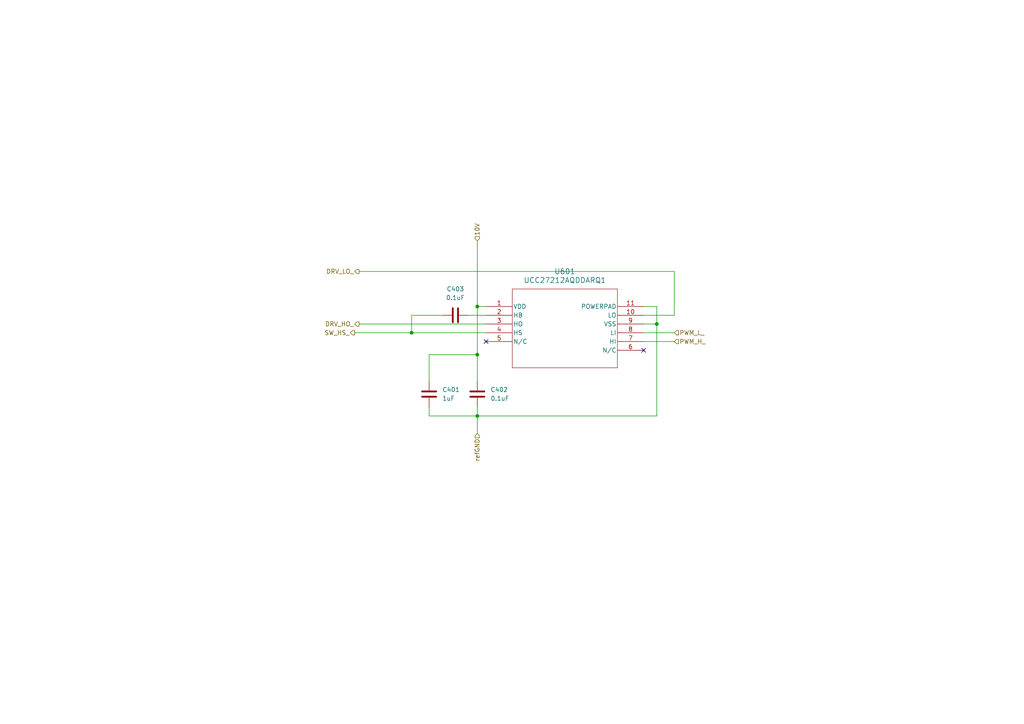
<source format=kicad_sch>
(kicad_sch (version 20231120) (generator "eeschema") (generator_version "8.0")
  (paper "A4")
  (lib_symbols
    (symbol "Device:C" (pin_numbers hide) (pin_names (offset 0.254))
      (property "Reference" "C" (at 0.635 2.54 0))
      (property "Value" "C" (at 0.635 -2.54 0))
      (symbol "C_0_1"
        (polyline (pts (xy -2.032 -0.762) (xy 2.032 -0.762)) (stroke (width 0.508)))
        (polyline (pts (xy -2.032 0.762) (xy 2.032 0.762)) (stroke (width 0.508)))
      )
      (symbol "C_1_1"
        (pin passive line (at 0 3.81 270) (length 2.794) (name "~") (number "1"))
        (pin passive line (at 0 -3.81 90) (length 2.794) (name "~") (number "2"))
      )
    )
    (symbol "UCC27212AQDDARQ1:UCC27212AQDDARQ1" (pin_names (offset 0.254))
      (property "Reference" "U" (at 22.86 10.16 0))
      (property "Value" "UCC27212AQDDARQ1" (at 22.86 7.62 0))
      (symbol "UCC27212AQDDARQ1_0_1"
        (polyline (pts (xy 7.62 -17.78) (xy 38.1 -17.78)) (stroke (width 0.127)))
        (polyline (pts (xy 7.62 5.08) (xy 7.62 -17.78)) (stroke (width 0.127)))
        (polyline (pts (xy 38.1 -17.78) (xy 38.1 5.08)) (stroke (width 0.127)))
        (polyline (pts (xy 38.1 5.08) (xy 7.62 5.08)) (stroke (width 0.127)))
        (pin power_in line (at 0 0 0) (length 7.62) (name "VDD") (number "1"))
        (pin unspecified line (at 45.72 -2.54 180) (length 7.62) (name "LO") (number "10"))
        (pin unspecified line (at 45.72 0 180) (length 7.62) (name "POWERPAD") (number "11"))
        (pin unspecified line (at 0 -2.54 0) (length 7.62) (name "HB") (number "2"))
        (pin unspecified line (at 0 -5.08 0) (length 7.62) (name "HO") (number "3"))
        (pin unspecified line (at 0 -7.62 0) (length 7.62) (name "HS") (number "4"))
        (pin no_connect line (at 0 -10.16 0) (length 7.62) (name "N/C") (number "5"))
        (pin no_connect line (at 45.72 -12.7 180) (length 7.62) (name "N/C") (number "6"))
        (pin unspecified line (at 45.72 -10.16 180) (length 7.62) (name "HI") (number "7"))
        (pin unspecified line (at 45.72 -7.62 180) (length 7.62) (name "LI") (number "8"))
        (pin power_out line (at 45.72 -5.08 180) (length 7.62) (name "VSS") (number "9"))
      )
    )
  )
  (junction (at 138.43 88.9))
  (junction (at 138.43 102.87))
  (junction (at 190.5 93.98))
  (junction (at 138.43 120.65))
  (junction (at 119.38 96.52))
  (no_connect (at 140.97 99.06))
  (no_connect (at 186.69 101.6))
  (wire (pts (xy 119.38 91.44) (xy 128.27 91.44)))
  (wire (pts (xy 104.14 93.98) (xy 140.97 93.98)))
  (wire (pts (xy 124.46 118.11) (xy 124.46 120.65)))
  (wire (pts (xy 190.5 93.98) (xy 186.69 93.98)))
  (wire (pts (xy 186.69 91.44) (xy 195.58 91.44)))
  (wire (pts (xy 135.89 91.44) (xy 140.97 91.44)))
  (wire (pts (xy 140.97 96.52) (xy 119.38 96.52)))
  (wire (pts (xy 138.43 88.9) (xy 140.97 88.9)))
  (wire (pts (xy 119.38 96.52) (xy 119.38 91.44)))
  (wire (pts (xy 138.43 125.73) (xy 138.43 120.65)))
  (wire (pts (xy 138.43 102.87) (xy 138.43 110.49)))
  (wire (pts (xy 186.69 96.52) (xy 195.58 96.52)))
  (wire (pts (xy 138.43 120.65) (xy 124.46 120.65)))
  (wire (pts (xy 138.43 118.11) (xy 138.43 120.65)))
  (wire (pts (xy 186.69 99.06) (xy 195.58 99.06)))
  (wire (pts (xy 124.46 102.87) (xy 138.43 102.87)))
  (wire (pts (xy 190.5 93.98) (xy 190.5 120.65)))
  (wire (pts (xy 124.46 110.49) (xy 124.46 102.87)))
  (wire (pts (xy 102.87 96.52) (xy 119.38 96.52)))
  (wire (pts (xy 195.58 91.44) (xy 195.58 78.74)))
  (wire (pts (xy 104.14 78.74) (xy 195.58 78.74)))
  (wire (pts (xy 138.43 88.9) (xy 138.43 102.87)))
  (wire (pts (xy 138.43 120.65) (xy 190.5 120.65)))
  (wire (pts (xy 186.69 88.9) (xy 190.5 88.9)))
  (wire (pts (xy 138.43 69.85) (xy 138.43 88.9)))
  (wire (pts (xy 190.5 88.9) (xy 190.5 93.98)))
  (hierarchical_label "SW_HS_" (shape output) (at 102.87 96.52 180))
  (hierarchical_label "DRV_HO_" (shape output) (at 104.14 93.98 180))
  (hierarchical_label "DRV_LO_" (shape output) (at 104.14 78.74 180))
  (hierarchical_label "refGND" (shape input) (at 138.43 125.73 270))
  (hierarchical_label "PWM_H_" (shape input) (at 195.58 99.06 0))
  (hierarchical_label "PWM_L_" (shape input) (at 195.58 96.52 0))
  (hierarchical_label "10V" (shape input) (at 138.43 69.85 90))
  (symbol (lib_id "UCC27212AQDDARQ1:UCC27212AQDDARQ1") (at 140.97 88.9 0) (unit 1)
    (property "Reference" "U601" (at 163.83 78.74 0) (effects (font (size 1.524 1.524))))
    (property "Value" "UCC27212AQDDARQ1" (at 163.83 81.28 0) (effects (font (size 1.524 1.524))))
    (property "Footprint" "Package_SO:8-PowerSOIC" (effects (hide yes)))
    (property "Datasheet" "UCC27212AQDDARQ1" (effects (hide yes)))
    (instances (project "12VfullBridgePS" (path "" (reference "U601") (unit 1)) (path "" (reference "U401") (unit 1))))
  )
  (symbol (lib_id "Device:C") (at 138.43 114.3 0) (unit 1)
    (property "Reference" "C402" (at 142.24 113.0299 0) (effects (justify left)))
    (property "Value" "0.1uF" (at 142.24 115.5699 0) (effects (justify left)))
    (property "Footprint" "Capacitor_SMD:C_0603_1608Metric" (effects (hide yes)))
    (property "Description" "Unpolarized capacitor" (effects (hide yes)))
    (instances (project "12VfullBridgePS" (path "" (reference "C402") (unit 1)) (path "" (reference "C603") (unit 1))))
  )
  (symbol (lib_id "Device:C") (at 124.46 114.3 0) (unit 1)
    (property "Reference" "C401" (at 128.27 113.0299 0) (effects (justify left)))
    (property "Value" "1uF" (at 128.27 115.5699 0) (effects (justify left)))
    (property "Footprint" "Capacitor_SMD:C_0603_1608Metric" (effects (hide yes)))
    (property "Description" "Unpolarized capacitor" (effects (hide yes)))
    (instances (project "12VfullBridgePS" (path "" (reference "C401") (unit 1)) (path "" (reference "C601") (unit 1))))
  )
  (symbol (lib_id "Device:C") (at 132.08 91.44 90) (unit 1)
    (property "Reference" "C403" (at 132.08 83.82 90))
    (property "Value" "0.1uF" (at 132.08 86.36 90))
    (property "Footprint" "Capacitor_SMD:C_0603_1608Metric" (effects (hide yes)))
    (property "Description" "Unpolarized capacitor" (effects (hide yes)))
    (instances (project "12VfullBridgePS" (path "" (reference "C403") (unit 1)) (path "" (reference "C602") (unit 1))))
  )
)
</source>
